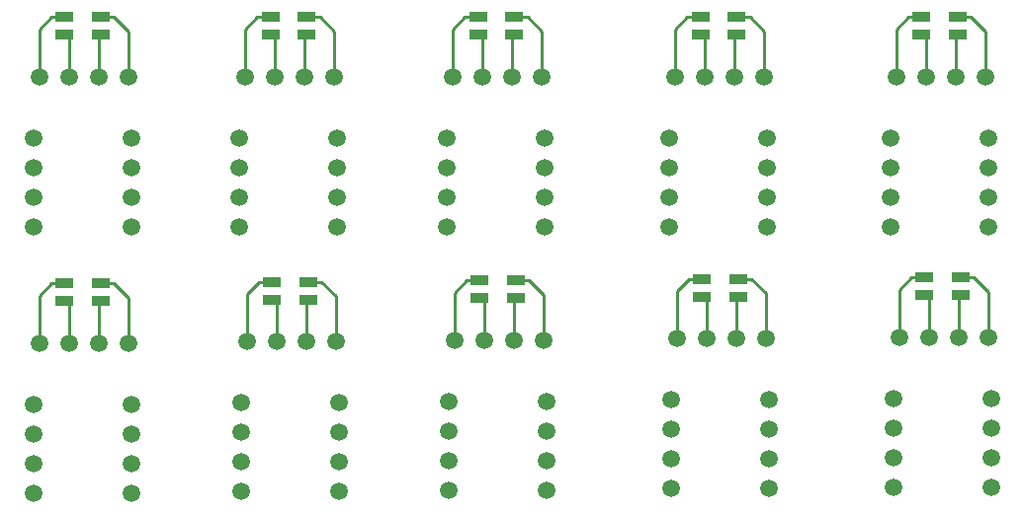
<source format=gbr>
G04 #@! TF.GenerationSoftware,KiCad,Pcbnew,(5.1.4)-1*
G04 #@! TF.CreationDate,2019-11-19T12:22:33-05:00*
G04 #@! TF.ProjectId,bob_ws2811_driver,626f625f-7773-4323-9831-315f64726976,rev?*
G04 #@! TF.SameCoordinates,Original*
G04 #@! TF.FileFunction,Copper,L2,Bot*
G04 #@! TF.FilePolarity,Positive*
%FSLAX46Y46*%
G04 Gerber Fmt 4.6, Leading zero omitted, Abs format (unit mm)*
G04 Created by KiCad (PCBNEW (5.1.4)-1) date 2019-11-19 12:22:33*
%MOMM*%
%LPD*%
G04 APERTURE LIST*
%ADD10C,1.500000*%
%ADD11R,1.498600X0.899160*%
%ADD12C,0.250000*%
G04 APERTURE END LIST*
D10*
X187531000Y-32941000D03*
X184991000Y-32941000D03*
X182451000Y-32941000D03*
X179911000Y-32941000D03*
X187785000Y-38179000D03*
X187785000Y-40719000D03*
X187785000Y-43259000D03*
X187785000Y-45799000D03*
X179403000Y-45799000D03*
X179403000Y-43259000D03*
X179403000Y-40719000D03*
X179403000Y-38179000D03*
D11*
X185191400Y-29324300D03*
X185191400Y-27825700D03*
X182092600Y-27825700D03*
X182092600Y-29324300D03*
D10*
X160988000Y-32941000D03*
X163528000Y-32941000D03*
X166068000Y-32941000D03*
X168608000Y-32941000D03*
X168862000Y-45799000D03*
X168862000Y-43259000D03*
X168862000Y-40719000D03*
X168862000Y-38179000D03*
X160480000Y-38179000D03*
X160480000Y-40719000D03*
X160480000Y-43259000D03*
X160480000Y-45799000D03*
D11*
X163169600Y-29324300D03*
X163169600Y-27825700D03*
X166268400Y-27825700D03*
X166268400Y-29324300D03*
D10*
X149558000Y-32941000D03*
X147018000Y-32941000D03*
X144478000Y-32941000D03*
X141938000Y-32941000D03*
X149812000Y-38179000D03*
X149812000Y-40719000D03*
X149812000Y-43259000D03*
X149812000Y-45799000D03*
X141430000Y-45799000D03*
X141430000Y-43259000D03*
X141430000Y-40719000D03*
X141430000Y-38179000D03*
D11*
X147218400Y-29324300D03*
X147218400Y-27825700D03*
X144119600Y-27825700D03*
X144119600Y-29324300D03*
D10*
X124158000Y-32941000D03*
X126698000Y-32941000D03*
X129238000Y-32941000D03*
X131778000Y-32941000D03*
X132032000Y-45799000D03*
X132032000Y-43259000D03*
X132032000Y-40719000D03*
X132032000Y-38179000D03*
X123650000Y-38179000D03*
X123650000Y-40719000D03*
X123650000Y-43259000D03*
X123650000Y-45799000D03*
D11*
X126339600Y-29324300D03*
X126339600Y-27825700D03*
X129438400Y-27825700D03*
X129438400Y-29324300D03*
D10*
X180165000Y-55293000D03*
X182705000Y-55293000D03*
X185245000Y-55293000D03*
X187785000Y-55293000D03*
X188039000Y-68151000D03*
X188039000Y-65611000D03*
X188039000Y-63071000D03*
X188039000Y-60531000D03*
X179657000Y-60531000D03*
X179657000Y-63071000D03*
X179657000Y-65611000D03*
X179657000Y-68151000D03*
D11*
X182346600Y-51676300D03*
X182346600Y-50177700D03*
X185445400Y-50177700D03*
X185445400Y-51676300D03*
D10*
X168735000Y-55420000D03*
X166195000Y-55420000D03*
X163655000Y-55420000D03*
X161115000Y-55420000D03*
X160607000Y-68278000D03*
X160607000Y-65738000D03*
X160607000Y-63198000D03*
X160607000Y-60658000D03*
X168989000Y-60658000D03*
X168989000Y-63198000D03*
X168989000Y-65738000D03*
X168989000Y-68278000D03*
D11*
X166395400Y-51803300D03*
X166395400Y-50304700D03*
X163296600Y-50304700D03*
X163296600Y-51803300D03*
D10*
X149939000Y-68405000D03*
X149939000Y-65865000D03*
X149939000Y-63325000D03*
X149939000Y-60785000D03*
X141557000Y-60785000D03*
X141557000Y-63325000D03*
X141557000Y-65865000D03*
X141557000Y-68405000D03*
D11*
X144246600Y-51930300D03*
X144246600Y-50431700D03*
X147345400Y-50431700D03*
X147345400Y-51930300D03*
D10*
X142065000Y-55547000D03*
X144605000Y-55547000D03*
X147145000Y-55547000D03*
X149685000Y-55547000D03*
X132159000Y-60912000D03*
X132159000Y-63452000D03*
X132159000Y-65992000D03*
X132159000Y-68532000D03*
X123777000Y-68532000D03*
X123777000Y-65992000D03*
X123777000Y-63452000D03*
X123777000Y-60912000D03*
X131905000Y-55674000D03*
X129365000Y-55674000D03*
X126825000Y-55674000D03*
X124285000Y-55674000D03*
D11*
X129565400Y-52057300D03*
X129565400Y-50558700D03*
X126466600Y-50558700D03*
X126466600Y-52057300D03*
D10*
X106505000Y-55801000D03*
X109045000Y-55801000D03*
X111585000Y-55801000D03*
X114125000Y-55801000D03*
X114379000Y-68659000D03*
X114379000Y-66119000D03*
X114379000Y-63579000D03*
X114379000Y-61039000D03*
X105997000Y-61039000D03*
X105997000Y-63579000D03*
X105997000Y-66119000D03*
X105997000Y-68659000D03*
D11*
X108686600Y-52184300D03*
X108686600Y-50685700D03*
X111785400Y-50685700D03*
X111785400Y-52184300D03*
D10*
X114125000Y-32941000D03*
X111585000Y-32941000D03*
X109045000Y-32941000D03*
X106505000Y-32941000D03*
X114379000Y-38179000D03*
X114379000Y-40719000D03*
X114379000Y-43259000D03*
X114379000Y-45799000D03*
D11*
X111785400Y-29324300D03*
X111785400Y-27825700D03*
X108686600Y-27825700D03*
X108686600Y-29324300D03*
D10*
X105997000Y-45799000D03*
X105997000Y-43259000D03*
X105997000Y-40719000D03*
X105997000Y-38179000D03*
D12*
X106505000Y-32941000D02*
X106505000Y-28877000D01*
X107556300Y-27825700D02*
X108686600Y-27825700D01*
X106505000Y-28877000D02*
X107556300Y-27825700D01*
X109045000Y-29682700D02*
X108686600Y-29324300D01*
X109045000Y-32941000D02*
X109045000Y-29682700D01*
X111585000Y-29524700D02*
X111785400Y-29324300D01*
X111585000Y-32941000D02*
X111585000Y-29524700D01*
X114125000Y-32941000D02*
X114125000Y-29035000D01*
X112915700Y-27825700D02*
X111785400Y-27825700D01*
X114125000Y-29035000D02*
X112915700Y-27825700D01*
X106505000Y-55801000D02*
X106505000Y-51737000D01*
X106505000Y-51737000D02*
X107556300Y-50685700D01*
X111585000Y-55801000D02*
X111585000Y-52384700D01*
X107556300Y-50685700D02*
X108686600Y-50685700D01*
X109045000Y-55801000D02*
X109045000Y-52542700D01*
X114125000Y-51895000D02*
X112915700Y-50685700D01*
X112915700Y-50685700D02*
X111785400Y-50685700D01*
X109045000Y-52542700D02*
X108686600Y-52184300D01*
X114125000Y-55801000D02*
X114125000Y-51895000D01*
X111585000Y-52384700D02*
X111785400Y-52184300D01*
X126825000Y-52415700D02*
X126466600Y-52057300D01*
X124285000Y-55674000D02*
X124285000Y-51610000D01*
X131905000Y-55674000D02*
X131905000Y-51768000D01*
X129365000Y-55674000D02*
X129365000Y-52257700D01*
X126825000Y-55674000D02*
X126825000Y-52415700D01*
X129365000Y-52257700D02*
X129565400Y-52057300D01*
X131905000Y-51768000D02*
X130695700Y-50558700D01*
X124285000Y-51610000D02*
X125336300Y-50558700D01*
X130695700Y-50558700D02*
X129565400Y-50558700D01*
X125336300Y-50558700D02*
X126466600Y-50558700D01*
X142065000Y-51483000D02*
X143116300Y-50431700D01*
X147145000Y-55547000D02*
X147145000Y-52130700D01*
X144605000Y-55547000D02*
X144605000Y-52288700D01*
X142065000Y-55547000D02*
X142065000Y-51483000D01*
X149685000Y-51641000D02*
X148475700Y-50431700D01*
X148475700Y-50431700D02*
X147345400Y-50431700D01*
X149685000Y-55547000D02*
X149685000Y-51641000D01*
X147145000Y-52130700D02*
X147345400Y-51930300D01*
X143116300Y-50431700D02*
X144246600Y-50431700D01*
X144605000Y-52288700D02*
X144246600Y-51930300D01*
X166195000Y-55420000D02*
X166195000Y-52003700D01*
X168735000Y-51514000D02*
X167525700Y-50304700D01*
X161115000Y-55420000D02*
X161115000Y-51356000D01*
X167525700Y-50304700D02*
X166395400Y-50304700D01*
X163655000Y-55420000D02*
X163655000Y-52161700D01*
X168735000Y-55420000D02*
X168735000Y-51514000D01*
X162166300Y-50304700D02*
X163296600Y-50304700D01*
X163655000Y-52161700D02*
X163296600Y-51803300D01*
X161115000Y-51356000D02*
X162166300Y-50304700D01*
X166195000Y-52003700D02*
X166395400Y-51803300D01*
X182705000Y-55293000D02*
X182705000Y-52034700D01*
X187785000Y-55293000D02*
X187785000Y-51387000D01*
X186575700Y-50177700D02*
X185445400Y-50177700D01*
X185245000Y-51876700D02*
X185445400Y-51676300D01*
X182705000Y-52034700D02*
X182346600Y-51676300D01*
X181216300Y-50177700D02*
X182346600Y-50177700D01*
X180165000Y-55293000D02*
X180165000Y-51229000D01*
X187785000Y-51387000D02*
X186575700Y-50177700D01*
X180165000Y-51229000D02*
X181216300Y-50177700D01*
X185245000Y-55293000D02*
X185245000Y-51876700D01*
X124158000Y-32941000D02*
X124158000Y-28877000D01*
X124158000Y-28877000D02*
X125209300Y-27825700D01*
X129238000Y-32941000D02*
X129238000Y-29524700D01*
X125209300Y-27825700D02*
X126339600Y-27825700D01*
X126698000Y-32941000D02*
X126698000Y-29682700D01*
X131778000Y-29035000D02*
X130568700Y-27825700D01*
X130568700Y-27825700D02*
X129438400Y-27825700D01*
X126698000Y-29682700D02*
X126339600Y-29324300D01*
X131778000Y-32941000D02*
X131778000Y-29035000D01*
X129238000Y-29524700D02*
X129438400Y-29324300D01*
X144478000Y-32941000D02*
X144478000Y-29682700D01*
X147018000Y-29524700D02*
X147218400Y-29324300D01*
X141938000Y-28877000D02*
X142989300Y-27825700D01*
X142989300Y-27825700D02*
X144119600Y-27825700D01*
X147018000Y-32941000D02*
X147018000Y-29524700D01*
X149558000Y-32941000D02*
X149558000Y-29035000D01*
X149558000Y-29035000D02*
X148348700Y-27825700D01*
X148348700Y-27825700D02*
X147218400Y-27825700D01*
X144478000Y-29682700D02*
X144119600Y-29324300D01*
X141938000Y-32941000D02*
X141938000Y-28877000D01*
X163528000Y-32941000D02*
X163528000Y-29682700D01*
X160988000Y-28877000D02*
X162039300Y-27825700D01*
X166068000Y-29524700D02*
X166268400Y-29324300D01*
X162039300Y-27825700D02*
X163169600Y-27825700D01*
X166068000Y-32941000D02*
X166068000Y-29524700D01*
X168608000Y-32941000D02*
X168608000Y-29035000D01*
X167398700Y-27825700D02*
X166268400Y-27825700D01*
X168608000Y-29035000D02*
X167398700Y-27825700D01*
X160988000Y-32941000D02*
X160988000Y-28877000D01*
X163528000Y-29682700D02*
X163169600Y-29324300D01*
X187531000Y-32941000D02*
X187531000Y-29035000D01*
X182451000Y-32941000D02*
X182451000Y-29682700D01*
X184991000Y-32941000D02*
X184991000Y-29524700D01*
X180962300Y-27825700D02*
X182092600Y-27825700D01*
X184991000Y-29524700D02*
X185191400Y-29324300D01*
X187531000Y-29035000D02*
X186321700Y-27825700D01*
X179911000Y-28877000D02*
X180962300Y-27825700D01*
X186321700Y-27825700D02*
X185191400Y-27825700D01*
X179911000Y-32941000D02*
X179911000Y-28877000D01*
X182451000Y-29682700D02*
X182092600Y-29324300D01*
M02*

</source>
